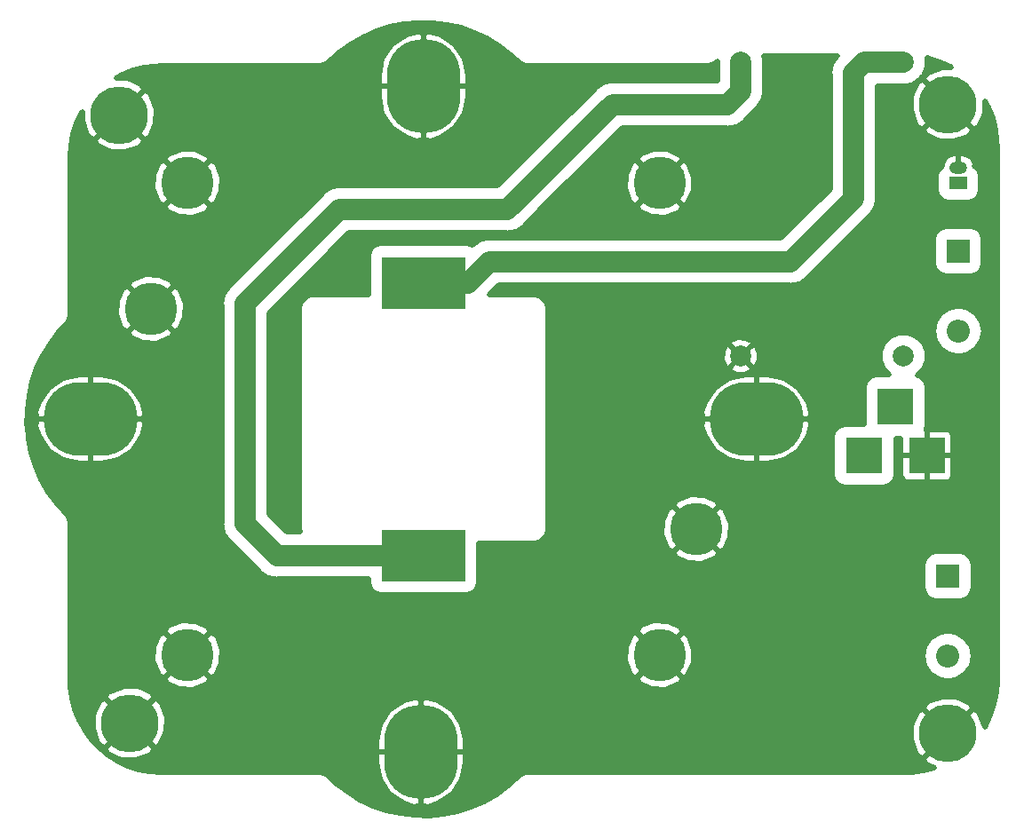
<source format=gbr>
G04 #@! TF.GenerationSoftware,KiCad,Pcbnew,(5.0.0)*
G04 #@! TF.CreationDate,2019-12-04T20:43:09-05:00*
G04 #@! TF.ProjectId,10W White LED,313057205768697465204C45442E6B69,rev?*
G04 #@! TF.SameCoordinates,Original*
G04 #@! TF.FileFunction,Copper,L2,Bot,Signal*
G04 #@! TF.FilePolarity,Positive*
%FSLAX46Y46*%
G04 Gerber Fmt 4.6, Leading zero omitted, Abs format (unit mm)*
G04 Created by KiCad (PCBNEW (5.0.0)) date 12/04/19 20:43:09*
%MOMM*%
%LPD*%
G01*
G04 APERTURE LIST*
G04 #@! TA.AperFunction,ComponentPad*
%ADD10O,1.700000X1.200000*%
G04 #@! TD*
G04 #@! TA.AperFunction,ComponentPad*
%ADD11R,1.700000X1.200000*%
G04 #@! TD*
G04 #@! TA.AperFunction,ComponentPad*
%ADD12C,5.000000*%
G04 #@! TD*
G04 #@! TA.AperFunction,ComponentPad*
%ADD13O,9.000000X7.000000*%
G04 #@! TD*
G04 #@! TA.AperFunction,ComponentPad*
%ADD14O,7.000000X9.000000*%
G04 #@! TD*
G04 #@! TA.AperFunction,ComponentPad*
%ADD15O,2.200000X2.200000*%
G04 #@! TD*
G04 #@! TA.AperFunction,ComponentPad*
%ADD16R,2.200000X2.200000*%
G04 #@! TD*
G04 #@! TA.AperFunction,SMDPad,CuDef*
%ADD17R,8.000000X5.000000*%
G04 #@! TD*
G04 #@! TA.AperFunction,ComponentPad*
%ADD18C,5.500000*%
G04 #@! TD*
G04 #@! TA.AperFunction,ComponentPad*
%ADD19C,2.000000*%
G04 #@! TD*
G04 #@! TA.AperFunction,ComponentPad*
%ADD20R,3.500000X3.500000*%
G04 #@! TD*
G04 #@! TA.AperFunction,Conductor*
%ADD21C,2.000000*%
G04 #@! TD*
G04 #@! TA.AperFunction,Conductor*
%ADD22C,0.500000*%
G04 #@! TD*
G04 APERTURE END LIST*
D10*
G04 #@! TO.P,FAN1,2*
G04 #@! TO.N,GND*
X201000000Y-76000000D03*
D11*
G04 #@! TO.P,FAN1,1*
G04 #@! TO.N,Net-(FAN1-Pad1)*
X201000000Y-77500000D03*
G04 #@! TD*
D12*
G04 #@! TO.P,HEATSINK1,1*
G04 #@! TO.N,GND*
X176000000Y-110500000D03*
G04 #@! TO.P,HEATSINK1,2*
X124000000Y-89500000D03*
G04 #@! TO.P,HEATSINK1,3*
X172500000Y-77500000D03*
X127500000Y-77500000D03*
X127500000Y-122500000D03*
X172500000Y-122500000D03*
G04 #@! TD*
D13*
G04 #@! TO.P,LENSE1,1*
G04 #@! TO.N,GND*
X181750000Y-100000000D03*
D14*
X149750000Y-131750000D03*
D13*
X118250000Y-100000000D03*
D14*
X150000000Y-68250000D03*
G04 #@! TD*
D15*
G04 #@! TO.P,SW1,2*
G04 #@! TO.N,Net-(F1-Pad1)*
X200000000Y-122620000D03*
D16*
G04 #@! TO.P,SW1,1*
G04 #@! TO.N,Net-(BARREL1-Pad1)*
X200000000Y-115000000D03*
G04 #@! TD*
G04 #@! TO.P,SW2,1*
G04 #@! TO.N,Net-(FAN1-Pad1)*
X201000000Y-84000000D03*
D15*
G04 #@! TO.P,SW2,2*
G04 #@! TO.N,+12V*
X201000000Y-91620000D03*
G04 #@! TD*
D17*
G04 #@! TO.P,D1,2*
G04 #@! TO.N,Net-(D1-Pad2)*
X150000000Y-87000000D03*
G04 #@! TO.P,D1,1*
G04 #@! TO.N,Net-(D1-Pad1)*
X150000000Y-113000000D03*
G04 #@! TD*
D18*
G04 #@! TO.P,MNT1,1*
G04 #@! TO.N,GND*
X121000000Y-71000000D03*
G04 #@! TD*
G04 #@! TO.P,MNT2,1*
G04 #@! TO.N,GND*
X200000000Y-70000000D03*
G04 #@! TD*
G04 #@! TO.P,MNT3,1*
G04 #@! TO.N,GND*
X200000000Y-130000000D03*
G04 #@! TD*
G04 #@! TO.P,MNT4,1*
G04 #@! TO.N,GND*
X122000000Y-129000000D03*
G04 #@! TD*
D19*
G04 #@! TO.P,U1,4*
G04 #@! TO.N,Net-(D1-Pad1)*
X180250000Y-66000000D03*
G04 #@! TO.P,U1,3*
G04 #@! TO.N,Net-(D1-Pad2)*
X195750000Y-66000000D03*
G04 #@! TO.P,U1,2*
G04 #@! TO.N,+12V*
X195750000Y-94000000D03*
G04 #@! TO.P,U1,1*
G04 #@! TO.N,GND*
X180250000Y-94000000D03*
G04 #@! TD*
D20*
G04 #@! TO.P,BARREL1,1*
G04 #@! TO.N,Net-(BARREL1-Pad1)*
X192000000Y-103500000D03*
G04 #@! TO.P,BARREL1,2*
G04 #@! TO.N,GND*
X198000000Y-103500000D03*
G04 #@! TO.P,BARREL1,3*
G04 #@! TO.N,N/C*
X195000000Y-98800000D03*
G04 #@! TD*
D21*
G04 #@! TO.N,Net-(D1-Pad2)*
X154250000Y-87000000D02*
X156250000Y-85000000D01*
X150000000Y-87000000D02*
X154250000Y-87000000D01*
X156250000Y-85000000D02*
X185000000Y-85000000D01*
X191000000Y-79000000D02*
X191000000Y-67000000D01*
X185000000Y-85000000D02*
X191000000Y-79000000D01*
X192000000Y-66000000D02*
X195750000Y-66000000D01*
X191000000Y-67000000D02*
X192000000Y-66000000D01*
G04 #@! TO.N,Net-(D1-Pad1)*
X179000000Y-70000000D02*
X180250000Y-68750000D01*
X168000000Y-70000000D02*
X179000000Y-70000000D01*
X180250000Y-68750000D02*
X180250000Y-66000000D01*
X150000000Y-113000000D02*
X136000000Y-113000000D01*
X136000000Y-113000000D02*
X133000000Y-110000000D01*
X133000000Y-110000000D02*
X133000000Y-89000000D01*
X133000000Y-89000000D02*
X142000000Y-80000000D01*
X142000000Y-80000000D02*
X158000000Y-80000000D01*
X158000000Y-80000000D02*
X168000000Y-70000000D01*
G04 #@! TD*
D22*
G04 #@! TO.N,GND*
G36*
X150849311Y-62212920D02*
X152203316Y-62375574D01*
X153532364Y-62681187D01*
X154821407Y-63126299D01*
X156055860Y-63705873D01*
X157221732Y-64413342D01*
X158312727Y-65245962D01*
X158985759Y-65867019D01*
X159044728Y-65955272D01*
X159483011Y-66248122D01*
X159869501Y-66325000D01*
X159999980Y-66325000D01*
X159999999Y-66325001D01*
X160000018Y-66325000D01*
X176869502Y-66325000D01*
X177000000Y-66350958D01*
X177130498Y-66325000D01*
X177130499Y-66325000D01*
X177516989Y-66248122D01*
X177955272Y-65955272D01*
X178000000Y-65888332D01*
X178000000Y-67750000D01*
X168221605Y-67750000D01*
X168000000Y-67705920D01*
X167778395Y-67750000D01*
X167778394Y-67750000D01*
X167122094Y-67880546D01*
X166377840Y-68377840D01*
X166252308Y-68565712D01*
X157068020Y-77750000D01*
X142221604Y-77750000D01*
X141999999Y-77705920D01*
X141778394Y-77750000D01*
X141122094Y-77880546D01*
X141122093Y-77880547D01*
X141122092Y-77880547D01*
X140908000Y-78023599D01*
X140377840Y-78377840D01*
X140252310Y-78565709D01*
X131565710Y-87252310D01*
X131377841Y-87377840D01*
X131252311Y-87565709D01*
X130880547Y-88122093D01*
X130705920Y-89000000D01*
X130750001Y-89221609D01*
X130750000Y-109778395D01*
X130705920Y-110000000D01*
X130750000Y-110221605D01*
X130880546Y-110877905D01*
X130880547Y-110877906D01*
X130880547Y-110877907D01*
X130885779Y-110885737D01*
X131377840Y-111622160D01*
X131565712Y-111747692D01*
X134252308Y-114434288D01*
X134377840Y-114622160D01*
X135122094Y-115119454D01*
X135778394Y-115250000D01*
X135778395Y-115250000D01*
X136000000Y-115294080D01*
X136221605Y-115250000D01*
X144725512Y-115250000D01*
X144725512Y-115500000D01*
X144822527Y-115987725D01*
X145098801Y-116401199D01*
X145512275Y-116677473D01*
X146000000Y-116774488D01*
X154000000Y-116774488D01*
X154487725Y-116677473D01*
X154901199Y-116401199D01*
X155177473Y-115987725D01*
X155274488Y-115500000D01*
X155274488Y-113900000D01*
X197625512Y-113900000D01*
X197625512Y-116100000D01*
X197722527Y-116587725D01*
X197998801Y-117001199D01*
X198412275Y-117277473D01*
X198900000Y-117374488D01*
X201100000Y-117374488D01*
X201587725Y-117277473D01*
X202001199Y-117001199D01*
X202277473Y-116587725D01*
X202374488Y-116100000D01*
X202374488Y-113900000D01*
X202277473Y-113412275D01*
X202001199Y-112998801D01*
X201587725Y-112722527D01*
X201100000Y-112625512D01*
X198900000Y-112625512D01*
X198412275Y-112722527D01*
X197998801Y-112998801D01*
X197722527Y-113412275D01*
X197625512Y-113900000D01*
X155274488Y-113900000D01*
X155274488Y-112717717D01*
X173787940Y-112717717D01*
X174050716Y-113189765D01*
X175228425Y-113730977D01*
X176523599Y-113780303D01*
X177739061Y-113330232D01*
X177949284Y-113189765D01*
X178212060Y-112717717D01*
X176000000Y-110505657D01*
X173787940Y-112717717D01*
X155274488Y-112717717D01*
X155274488Y-111825000D01*
X160369501Y-111825000D01*
X160500000Y-111850958D01*
X160630499Y-111825000D01*
X161016989Y-111748122D01*
X161455272Y-111455272D01*
X161743705Y-111023599D01*
X172719697Y-111023599D01*
X173169768Y-112239061D01*
X173310235Y-112449284D01*
X173782283Y-112712060D01*
X175994343Y-110500000D01*
X176005657Y-110500000D01*
X178217717Y-112712060D01*
X178689765Y-112449284D01*
X179230977Y-111271575D01*
X179280303Y-109976401D01*
X178830232Y-108760939D01*
X178689765Y-108550716D01*
X178217717Y-108287940D01*
X176005657Y-110500000D01*
X175994343Y-110500000D01*
X173782283Y-108287940D01*
X173310235Y-108550716D01*
X172769023Y-109728425D01*
X172719697Y-111023599D01*
X161743705Y-111023599D01*
X161748122Y-111016989D01*
X161850958Y-110500000D01*
X161825000Y-110369501D01*
X161825000Y-108282283D01*
X173787940Y-108282283D01*
X176000000Y-110494343D01*
X178212060Y-108282283D01*
X177949284Y-107810235D01*
X176771575Y-107269023D01*
X175476401Y-107219697D01*
X174260939Y-107669768D01*
X174050716Y-107810235D01*
X173787940Y-108282283D01*
X161825000Y-108282283D01*
X161825000Y-100670048D01*
X176545051Y-100670048D01*
X176814590Y-101625770D01*
X177736311Y-103008032D01*
X179116838Y-103932348D01*
X180746000Y-104258000D01*
X181746000Y-104258000D01*
X181746000Y-100004000D01*
X181754000Y-100004000D01*
X181754000Y-104258000D01*
X182754000Y-104258000D01*
X184383162Y-103932348D01*
X185763689Y-103008032D01*
X186602570Y-101750000D01*
X188975512Y-101750000D01*
X188975512Y-105250000D01*
X189072527Y-105737725D01*
X189348801Y-106151199D01*
X189762275Y-106427473D01*
X190250000Y-106524488D01*
X193750000Y-106524488D01*
X194237725Y-106427473D01*
X194651199Y-106151199D01*
X194927473Y-105737725D01*
X195024488Y-105250000D01*
X195024488Y-103693500D01*
X195492000Y-103693500D01*
X195492000Y-105400775D01*
X195607398Y-105679372D01*
X195820627Y-105892601D01*
X196099224Y-106008000D01*
X197806500Y-106008000D01*
X197996000Y-105818500D01*
X197996000Y-103504000D01*
X198004000Y-103504000D01*
X198004000Y-105818500D01*
X198193500Y-106008000D01*
X199900776Y-106008000D01*
X200179373Y-105892601D01*
X200392602Y-105679372D01*
X200508000Y-105400775D01*
X200508000Y-103693500D01*
X200318500Y-103504000D01*
X198004000Y-103504000D01*
X197996000Y-103504000D01*
X195681500Y-103504000D01*
X195492000Y-103693500D01*
X195024488Y-103693500D01*
X195024488Y-101824488D01*
X195492000Y-101824488D01*
X195492000Y-103306500D01*
X195681500Y-103496000D01*
X197996000Y-103496000D01*
X197996000Y-101181500D01*
X198004000Y-101181500D01*
X198004000Y-103496000D01*
X200318500Y-103496000D01*
X200508000Y-103306500D01*
X200508000Y-101599225D01*
X200392602Y-101320628D01*
X200179373Y-101107399D01*
X199900776Y-100992000D01*
X198193500Y-100992000D01*
X198004000Y-101181500D01*
X197996000Y-101181500D01*
X197897333Y-101082833D01*
X197927473Y-101037725D01*
X198024488Y-100550000D01*
X198024488Y-97050000D01*
X197927473Y-96562275D01*
X197651199Y-96148801D01*
X197237725Y-95872527D01*
X197089031Y-95842950D01*
X197657458Y-95274523D01*
X198000000Y-94447553D01*
X198000000Y-93552447D01*
X197657458Y-92725477D01*
X197024523Y-92092542D01*
X196197553Y-91750000D01*
X195302447Y-91750000D01*
X194475477Y-92092542D01*
X193842542Y-92725477D01*
X193500000Y-93552447D01*
X193500000Y-94447553D01*
X193842542Y-95274523D01*
X194343531Y-95775512D01*
X193250000Y-95775512D01*
X192762275Y-95872527D01*
X192348801Y-96148801D01*
X192072527Y-96562275D01*
X191975512Y-97050000D01*
X191975512Y-100475512D01*
X190250000Y-100475512D01*
X189762275Y-100572527D01*
X189348801Y-100848801D01*
X189072527Y-101262275D01*
X188975512Y-101750000D01*
X186602570Y-101750000D01*
X186685410Y-101625770D01*
X186954949Y-100670048D01*
X186818498Y-100004000D01*
X181754000Y-100004000D01*
X181746000Y-100004000D01*
X176681502Y-100004000D01*
X176545051Y-100670048D01*
X161825000Y-100670048D01*
X161825000Y-99329952D01*
X176545051Y-99329952D01*
X176681502Y-99996000D01*
X181746000Y-99996000D01*
X181746000Y-95742000D01*
X181754000Y-95742000D01*
X181754000Y-99996000D01*
X186818498Y-99996000D01*
X186954949Y-99329952D01*
X186685410Y-98374230D01*
X185763689Y-96991968D01*
X184383162Y-96067652D01*
X182754000Y-95742000D01*
X181754000Y-95742000D01*
X181746000Y-95742000D01*
X180746000Y-95742000D01*
X179116838Y-96067652D01*
X177736311Y-96991968D01*
X176814590Y-98374230D01*
X176545051Y-99329952D01*
X161825000Y-99329952D01*
X161825000Y-95136275D01*
X179119382Y-95136275D01*
X179199669Y-95452463D01*
X179835454Y-95743845D01*
X180534350Y-95769743D01*
X181189956Y-95526213D01*
X181300331Y-95452463D01*
X181380618Y-95136275D01*
X180250000Y-94005657D01*
X179119382Y-95136275D01*
X161825000Y-95136275D01*
X161825000Y-94284350D01*
X178480257Y-94284350D01*
X178723787Y-94939956D01*
X178797537Y-95050331D01*
X179113725Y-95130618D01*
X180244343Y-94000000D01*
X180255657Y-94000000D01*
X181386275Y-95130618D01*
X181702463Y-95050331D01*
X181993845Y-94414546D01*
X182019743Y-93715650D01*
X181776213Y-93060044D01*
X181702463Y-92949669D01*
X181386275Y-92869382D01*
X180255657Y-94000000D01*
X180244343Y-94000000D01*
X179113725Y-92869382D01*
X178797537Y-92949669D01*
X178506155Y-93585454D01*
X178480257Y-94284350D01*
X161825000Y-94284350D01*
X161825000Y-92863725D01*
X179119382Y-92863725D01*
X180250000Y-93994343D01*
X181380618Y-92863725D01*
X181300331Y-92547537D01*
X180664546Y-92256155D01*
X179965650Y-92230257D01*
X179310044Y-92473787D01*
X179199669Y-92547537D01*
X179119382Y-92863725D01*
X161825000Y-92863725D01*
X161825000Y-91620000D01*
X198603961Y-91620000D01*
X198786349Y-92536924D01*
X199305745Y-93314255D01*
X200083076Y-93833651D01*
X200768547Y-93970000D01*
X201231453Y-93970000D01*
X201916924Y-93833651D01*
X202694255Y-93314255D01*
X203213651Y-92536924D01*
X203396039Y-91620000D01*
X203213651Y-90703076D01*
X202694255Y-89925745D01*
X201916924Y-89406349D01*
X201231453Y-89270000D01*
X200768547Y-89270000D01*
X200083076Y-89406349D01*
X199305745Y-89925745D01*
X198786349Y-90703076D01*
X198603961Y-91620000D01*
X161825000Y-91620000D01*
X161825000Y-89630499D01*
X161850958Y-89500000D01*
X161748122Y-88983011D01*
X161455272Y-88544728D01*
X161016989Y-88251878D01*
X160630499Y-88175000D01*
X160500000Y-88149042D01*
X160369501Y-88175000D01*
X156256980Y-88175000D01*
X157181981Y-87250000D01*
X184778395Y-87250000D01*
X185000000Y-87294080D01*
X185221605Y-87250000D01*
X185221606Y-87250000D01*
X185877906Y-87119454D01*
X186622160Y-86622160D01*
X186747692Y-86434288D01*
X190281980Y-82900000D01*
X198625512Y-82900000D01*
X198625512Y-85100000D01*
X198722527Y-85587725D01*
X198998801Y-86001199D01*
X199412275Y-86277473D01*
X199900000Y-86374488D01*
X202100000Y-86374488D01*
X202587725Y-86277473D01*
X203001199Y-86001199D01*
X203277473Y-85587725D01*
X203374488Y-85100000D01*
X203374488Y-82900000D01*
X203277473Y-82412275D01*
X203001199Y-81998801D01*
X202587725Y-81722527D01*
X202100000Y-81625512D01*
X199900000Y-81625512D01*
X199412275Y-81722527D01*
X198998801Y-81998801D01*
X198722527Y-82412275D01*
X198625512Y-82900000D01*
X190281980Y-82900000D01*
X192434292Y-80747689D01*
X192622160Y-80622160D01*
X193037873Y-80000001D01*
X193119453Y-79877908D01*
X193119453Y-79877907D01*
X193119454Y-79877906D01*
X193250000Y-79221606D01*
X193250000Y-79221605D01*
X193294080Y-79000001D01*
X193250000Y-78778396D01*
X193250000Y-76900000D01*
X198875512Y-76900000D01*
X198875512Y-78100000D01*
X198972527Y-78587725D01*
X199248801Y-79001199D01*
X199662275Y-79277473D01*
X200150000Y-79374488D01*
X201850000Y-79374488D01*
X202337725Y-79277473D01*
X202751199Y-79001199D01*
X203027473Y-78587725D01*
X203124488Y-78100000D01*
X203124488Y-76900000D01*
X203027473Y-76412275D01*
X202751199Y-75998801D01*
X202533909Y-75853612D01*
X202590649Y-75783612D01*
X202506160Y-75484011D01*
X202213080Y-75042577D01*
X201773380Y-74746902D01*
X201254000Y-74642000D01*
X201004000Y-74642000D01*
X201004000Y-75625512D01*
X200996000Y-75625512D01*
X200996000Y-74642000D01*
X200746000Y-74642000D01*
X200226620Y-74746902D01*
X199786920Y-75042577D01*
X199493840Y-75484011D01*
X199409351Y-75783612D01*
X199466091Y-75853612D01*
X199248801Y-75998801D01*
X198972527Y-76412275D01*
X198875512Y-76900000D01*
X193250000Y-76900000D01*
X193250000Y-72397957D01*
X197607699Y-72397957D01*
X197900891Y-72895982D01*
X199168920Y-73478833D01*
X200563474Y-73532063D01*
X201872244Y-73047569D01*
X202099109Y-72895982D01*
X202392301Y-72397957D01*
X200000000Y-70005657D01*
X197607699Y-72397957D01*
X193250000Y-72397957D01*
X193250000Y-70563474D01*
X196467937Y-70563474D01*
X196952431Y-71872244D01*
X197104018Y-72099109D01*
X197602043Y-72392301D01*
X199994343Y-70000000D01*
X197602043Y-67607699D01*
X197104018Y-67900891D01*
X196521167Y-69168920D01*
X196467937Y-70563474D01*
X193250000Y-70563474D01*
X193250000Y-68250000D01*
X196197553Y-68250000D01*
X196406300Y-68163534D01*
X196627906Y-68119454D01*
X196815775Y-67993924D01*
X197024523Y-67907458D01*
X197184291Y-67747690D01*
X197372160Y-67622160D01*
X197497691Y-67434290D01*
X197657458Y-67274523D01*
X197743924Y-67065775D01*
X197869454Y-66877906D01*
X197913534Y-66656301D01*
X198000000Y-66447553D01*
X198000000Y-66221606D01*
X198044080Y-66000000D01*
X198000000Y-65778394D01*
X198000000Y-65570180D01*
X198156734Y-65600079D01*
X199192514Y-65936624D01*
X200177954Y-66400337D01*
X200338740Y-66502374D01*
X199436526Y-66467937D01*
X198127756Y-66952431D01*
X197900891Y-67104018D01*
X197607699Y-67602043D01*
X200000000Y-69994343D01*
X200014142Y-69980201D01*
X200019799Y-69985858D01*
X200005657Y-70000000D01*
X202397957Y-72392301D01*
X202895982Y-72099109D01*
X203478833Y-70831080D01*
X203521424Y-69715252D01*
X203847005Y-70307481D01*
X204247922Y-71320082D01*
X204518769Y-72374955D01*
X204657884Y-73476169D01*
X204675000Y-74020810D01*
X204675001Y-124958351D01*
X204603997Y-126086931D01*
X204399921Y-127156734D01*
X204063374Y-128192519D01*
X203599663Y-129177954D01*
X203496513Y-129340494D01*
X203047569Y-128127756D01*
X202895982Y-127900891D01*
X202397957Y-127607699D01*
X200005657Y-130000000D01*
X200019799Y-130014142D01*
X200014142Y-130019799D01*
X200000000Y-130005657D01*
X197607699Y-132397957D01*
X197900891Y-132895982D01*
X198671347Y-133250123D01*
X197625038Y-133518770D01*
X196523830Y-133657884D01*
X195979190Y-133675000D01*
X159869501Y-133675000D01*
X159483011Y-133751878D01*
X159044728Y-134044728D01*
X158990648Y-134125664D01*
X158047509Y-134973382D01*
X156942133Y-135772072D01*
X155758139Y-136448782D01*
X154508944Y-136995840D01*
X153208679Y-137407060D01*
X151872095Y-137677776D01*
X150514294Y-137804931D01*
X149150690Y-137787080D01*
X147796684Y-137624426D01*
X146467636Y-137318813D01*
X145178593Y-136873701D01*
X143944140Y-136294127D01*
X142778268Y-135586658D01*
X141687273Y-134754038D01*
X141014241Y-134132981D01*
X140955272Y-134044728D01*
X140516989Y-133751878D01*
X140130499Y-133675000D01*
X140000020Y-133675000D01*
X140000001Y-133674999D01*
X139999982Y-133675000D01*
X125041633Y-133675000D01*
X123913069Y-133603997D01*
X122843266Y-133399921D01*
X121807481Y-133063374D01*
X120822046Y-132599663D01*
X119902504Y-132016104D01*
X119155294Y-131397957D01*
X119607699Y-131397957D01*
X119900891Y-131895982D01*
X121168920Y-132478833D01*
X122563474Y-132532063D01*
X123872244Y-132047569D01*
X124099109Y-131895982D01*
X124182695Y-131754000D01*
X145492000Y-131754000D01*
X145492000Y-132754000D01*
X145817652Y-134383162D01*
X146741968Y-135763689D01*
X148124230Y-136685410D01*
X149079952Y-136954949D01*
X149746000Y-136818498D01*
X149746000Y-131754000D01*
X149754000Y-131754000D01*
X149754000Y-136818498D01*
X150420048Y-136954949D01*
X151375770Y-136685410D01*
X152758032Y-135763689D01*
X153682348Y-134383162D01*
X154008000Y-132754000D01*
X154008000Y-131754000D01*
X149754000Y-131754000D01*
X149746000Y-131754000D01*
X145492000Y-131754000D01*
X124182695Y-131754000D01*
X124392301Y-131397957D01*
X122000000Y-129005657D01*
X119607699Y-131397957D01*
X119155294Y-131397957D01*
X119063350Y-131321895D01*
X118317818Y-130527985D01*
X117677667Y-129646893D01*
X117631807Y-129563474D01*
X118467937Y-129563474D01*
X118952431Y-130872244D01*
X119104018Y-131099109D01*
X119602043Y-131392301D01*
X121994343Y-129000000D01*
X122005657Y-129000000D01*
X124397957Y-131392301D01*
X124895982Y-131099109D01*
X125058288Y-130746000D01*
X145492000Y-130746000D01*
X145492000Y-131746000D01*
X149746000Y-131746000D01*
X149746000Y-126681502D01*
X149754000Y-126681502D01*
X149754000Y-131746000D01*
X154008000Y-131746000D01*
X154008000Y-130746000D01*
X153971516Y-130563474D01*
X196467937Y-130563474D01*
X196952431Y-131872244D01*
X197104018Y-132099109D01*
X197602043Y-132392301D01*
X199994343Y-130000000D01*
X197602043Y-127607699D01*
X197104018Y-127900891D01*
X196521167Y-129168920D01*
X196467937Y-130563474D01*
X153971516Y-130563474D01*
X153682348Y-129116838D01*
X152758032Y-127736311D01*
X152556677Y-127602043D01*
X197607699Y-127602043D01*
X200000000Y-129994343D01*
X202392301Y-127602043D01*
X202099109Y-127104018D01*
X200831080Y-126521167D01*
X199436526Y-126467937D01*
X198127756Y-126952431D01*
X197900891Y-127104018D01*
X197607699Y-127602043D01*
X152556677Y-127602043D01*
X151375770Y-126814590D01*
X150420048Y-126545051D01*
X149754000Y-126681502D01*
X149746000Y-126681502D01*
X149079952Y-126545051D01*
X148124230Y-126814590D01*
X146741968Y-127736311D01*
X145817652Y-129116838D01*
X145492000Y-130746000D01*
X125058288Y-130746000D01*
X125478833Y-129831080D01*
X125532063Y-128436526D01*
X125047569Y-127127756D01*
X124895982Y-126900891D01*
X124397957Y-126607699D01*
X122005657Y-129000000D01*
X121994343Y-129000000D01*
X119602043Y-126607699D01*
X119104018Y-126900891D01*
X118521167Y-128168920D01*
X118467937Y-129563474D01*
X117631807Y-129563474D01*
X117152996Y-128692522D01*
X116752078Y-127679917D01*
X116481230Y-126625038D01*
X116478326Y-126602043D01*
X119607699Y-126602043D01*
X122000000Y-128994343D01*
X124392301Y-126602043D01*
X124099109Y-126104018D01*
X122831080Y-125521167D01*
X121436526Y-125467937D01*
X120127756Y-125952431D01*
X119900891Y-126104018D01*
X119607699Y-126602043D01*
X116478326Y-126602043D01*
X116342116Y-125523830D01*
X116325000Y-124979190D01*
X116325000Y-124717717D01*
X125287940Y-124717717D01*
X125550716Y-125189765D01*
X126728425Y-125730977D01*
X128023599Y-125780303D01*
X129239061Y-125330232D01*
X129449284Y-125189765D01*
X129712060Y-124717717D01*
X170287940Y-124717717D01*
X170550716Y-125189765D01*
X171728425Y-125730977D01*
X173023599Y-125780303D01*
X174239061Y-125330232D01*
X174449284Y-125189765D01*
X174712060Y-124717717D01*
X172500000Y-122505657D01*
X170287940Y-124717717D01*
X129712060Y-124717717D01*
X127500000Y-122505657D01*
X125287940Y-124717717D01*
X116325000Y-124717717D01*
X116325000Y-123023599D01*
X124219697Y-123023599D01*
X124669768Y-124239061D01*
X124810235Y-124449284D01*
X125282283Y-124712060D01*
X127494343Y-122500000D01*
X127505657Y-122500000D01*
X129717717Y-124712060D01*
X130189765Y-124449284D01*
X130730977Y-123271575D01*
X130740421Y-123023599D01*
X169219697Y-123023599D01*
X169669768Y-124239061D01*
X169810235Y-124449284D01*
X170282283Y-124712060D01*
X172494343Y-122500000D01*
X172505657Y-122500000D01*
X174717717Y-124712060D01*
X175189765Y-124449284D01*
X175730977Y-123271575D01*
X175755791Y-122620000D01*
X197603961Y-122620000D01*
X197786349Y-123536924D01*
X198305745Y-124314255D01*
X199083076Y-124833651D01*
X199768547Y-124970000D01*
X200231453Y-124970000D01*
X200916924Y-124833651D01*
X201694255Y-124314255D01*
X202213651Y-123536924D01*
X202396039Y-122620000D01*
X202213651Y-121703076D01*
X201694255Y-120925745D01*
X200916924Y-120406349D01*
X200231453Y-120270000D01*
X199768547Y-120270000D01*
X199083076Y-120406349D01*
X198305745Y-120925745D01*
X197786349Y-121703076D01*
X197603961Y-122620000D01*
X175755791Y-122620000D01*
X175780303Y-121976401D01*
X175330232Y-120760939D01*
X175189765Y-120550716D01*
X174717717Y-120287940D01*
X172505657Y-122500000D01*
X172494343Y-122500000D01*
X170282283Y-120287940D01*
X169810235Y-120550716D01*
X169269023Y-121728425D01*
X169219697Y-123023599D01*
X130740421Y-123023599D01*
X130780303Y-121976401D01*
X130330232Y-120760939D01*
X130189765Y-120550716D01*
X129717717Y-120287940D01*
X127505657Y-122500000D01*
X127494343Y-122500000D01*
X125282283Y-120287940D01*
X124810235Y-120550716D01*
X124269023Y-121728425D01*
X124219697Y-123023599D01*
X116325000Y-123023599D01*
X116325000Y-120282283D01*
X125287940Y-120282283D01*
X127500000Y-122494343D01*
X129712060Y-120282283D01*
X170287940Y-120282283D01*
X172500000Y-122494343D01*
X174712060Y-120282283D01*
X174449284Y-119810235D01*
X173271575Y-119269023D01*
X171976401Y-119219697D01*
X170760939Y-119669768D01*
X170550716Y-119810235D01*
X170287940Y-120282283D01*
X129712060Y-120282283D01*
X129449284Y-119810235D01*
X128271575Y-119269023D01*
X126976401Y-119219697D01*
X125760939Y-119669768D01*
X125550716Y-119810235D01*
X125287940Y-120282283D01*
X116325000Y-120282283D01*
X116325000Y-109869501D01*
X116248122Y-109483011D01*
X115955272Y-109044728D01*
X115874336Y-108990648D01*
X115026618Y-108047509D01*
X114227928Y-106942133D01*
X113551218Y-105758139D01*
X113004160Y-104508944D01*
X112592940Y-103208679D01*
X112322224Y-101872095D01*
X112209656Y-100670048D01*
X113045051Y-100670048D01*
X113314590Y-101625770D01*
X114236311Y-103008032D01*
X115616838Y-103932348D01*
X117246000Y-104258000D01*
X118246000Y-104258000D01*
X118246000Y-100004000D01*
X118254000Y-100004000D01*
X118254000Y-104258000D01*
X119254000Y-104258000D01*
X120883162Y-103932348D01*
X122263689Y-103008032D01*
X123185410Y-101625770D01*
X123454949Y-100670048D01*
X123318498Y-100004000D01*
X118254000Y-100004000D01*
X118246000Y-100004000D01*
X113181502Y-100004000D01*
X113045051Y-100670048D01*
X112209656Y-100670048D01*
X112195069Y-100514294D01*
X112210573Y-99329952D01*
X113045051Y-99329952D01*
X113181502Y-99996000D01*
X118246000Y-99996000D01*
X118246000Y-95742000D01*
X118254000Y-95742000D01*
X118254000Y-99996000D01*
X123318498Y-99996000D01*
X123454949Y-99329952D01*
X123185410Y-98374230D01*
X122263689Y-96991968D01*
X120883162Y-96067652D01*
X119254000Y-95742000D01*
X118254000Y-95742000D01*
X118246000Y-95742000D01*
X117246000Y-95742000D01*
X115616838Y-96067652D01*
X114236311Y-96991968D01*
X113314590Y-98374230D01*
X113045051Y-99329952D01*
X112210573Y-99329952D01*
X112212920Y-99150689D01*
X112375574Y-97796684D01*
X112681187Y-96467636D01*
X113126299Y-95178593D01*
X113705873Y-93944140D01*
X114413342Y-92778268D01*
X115222727Y-91717717D01*
X121787940Y-91717717D01*
X122050716Y-92189765D01*
X123228425Y-92730977D01*
X124523599Y-92780303D01*
X125739061Y-92330232D01*
X125949284Y-92189765D01*
X126212060Y-91717717D01*
X124000000Y-89505657D01*
X121787940Y-91717717D01*
X115222727Y-91717717D01*
X115245962Y-91687273D01*
X115867019Y-91014241D01*
X115955272Y-90955272D01*
X116248122Y-90516989D01*
X116325000Y-90130499D01*
X116325000Y-90023599D01*
X120719697Y-90023599D01*
X121169768Y-91239061D01*
X121310235Y-91449284D01*
X121782283Y-91712060D01*
X123994343Y-89500000D01*
X124005657Y-89500000D01*
X126217717Y-91712060D01*
X126689765Y-91449284D01*
X127230977Y-90271575D01*
X127280303Y-88976401D01*
X126830232Y-87760939D01*
X126689765Y-87550716D01*
X126217717Y-87287940D01*
X124005657Y-89500000D01*
X123994343Y-89500000D01*
X121782283Y-87287940D01*
X121310235Y-87550716D01*
X120769023Y-88728425D01*
X120719697Y-90023599D01*
X116325000Y-90023599D01*
X116325000Y-90000020D01*
X116325001Y-90000001D01*
X116325000Y-89999982D01*
X116325000Y-87282283D01*
X121787940Y-87282283D01*
X124000000Y-89494343D01*
X126212060Y-87282283D01*
X125949284Y-86810235D01*
X124771575Y-86269023D01*
X123476401Y-86219697D01*
X122260939Y-86669768D01*
X122050716Y-86810235D01*
X121787940Y-87282283D01*
X116325000Y-87282283D01*
X116325000Y-79717717D01*
X125287940Y-79717717D01*
X125550716Y-80189765D01*
X126728425Y-80730977D01*
X128023599Y-80780303D01*
X129239061Y-80330232D01*
X129449284Y-80189765D01*
X129712060Y-79717717D01*
X127500000Y-77505657D01*
X125287940Y-79717717D01*
X116325000Y-79717717D01*
X116325000Y-78023599D01*
X124219697Y-78023599D01*
X124669768Y-79239061D01*
X124810235Y-79449284D01*
X125282283Y-79712060D01*
X127494343Y-77500000D01*
X127505657Y-77500000D01*
X129717717Y-79712060D01*
X130189765Y-79449284D01*
X130730977Y-78271575D01*
X130780303Y-76976401D01*
X130330232Y-75760939D01*
X130189765Y-75550716D01*
X129717717Y-75287940D01*
X127505657Y-77500000D01*
X127494343Y-77500000D01*
X125282283Y-75287940D01*
X124810235Y-75550716D01*
X124269023Y-76728425D01*
X124219697Y-78023599D01*
X116325000Y-78023599D01*
X116325000Y-75282283D01*
X125287940Y-75282283D01*
X127500000Y-77494343D01*
X129712060Y-75282283D01*
X129449284Y-74810235D01*
X128271575Y-74269023D01*
X126976401Y-74219697D01*
X125760939Y-74669768D01*
X125550716Y-74810235D01*
X125287940Y-75282283D01*
X116325000Y-75282283D01*
X116325000Y-75041633D01*
X116396003Y-73913068D01*
X116494265Y-73397957D01*
X118607699Y-73397957D01*
X118900891Y-73895982D01*
X120168920Y-74478833D01*
X121563474Y-74532063D01*
X122872244Y-74047569D01*
X123099109Y-73895982D01*
X123392301Y-73397957D01*
X121000000Y-71005657D01*
X118607699Y-73397957D01*
X116494265Y-73397957D01*
X116600079Y-72843266D01*
X116936624Y-71807486D01*
X117400337Y-70822046D01*
X117502374Y-70661260D01*
X117467937Y-71563474D01*
X117952431Y-72872244D01*
X118104018Y-73099109D01*
X118602043Y-73392301D01*
X120994343Y-71000000D01*
X121005657Y-71000000D01*
X123397957Y-73392301D01*
X123895982Y-73099109D01*
X124478833Y-71831080D01*
X124532063Y-70436526D01*
X124047569Y-69127756D01*
X123895982Y-68900891D01*
X123397957Y-68607699D01*
X121005657Y-71000000D01*
X120994343Y-71000000D01*
X120980201Y-70985858D01*
X120985858Y-70980201D01*
X121000000Y-70994343D01*
X123392301Y-68602043D01*
X123187405Y-68254000D01*
X145742000Y-68254000D01*
X145742000Y-69254000D01*
X146067652Y-70883162D01*
X146991968Y-72263689D01*
X148374230Y-73185410D01*
X149329952Y-73454949D01*
X149996000Y-73318498D01*
X149996000Y-68254000D01*
X150004000Y-68254000D01*
X150004000Y-73318498D01*
X150670048Y-73454949D01*
X151625770Y-73185410D01*
X153008032Y-72263689D01*
X153932348Y-70883162D01*
X154258000Y-69254000D01*
X154258000Y-68254000D01*
X150004000Y-68254000D01*
X149996000Y-68254000D01*
X145742000Y-68254000D01*
X123187405Y-68254000D01*
X123099109Y-68104018D01*
X121831080Y-67521167D01*
X120715252Y-67478576D01*
X121138305Y-67246000D01*
X145742000Y-67246000D01*
X145742000Y-68246000D01*
X149996000Y-68246000D01*
X149996000Y-63181502D01*
X150004000Y-63181502D01*
X150004000Y-68246000D01*
X154258000Y-68246000D01*
X154258000Y-67246000D01*
X153932348Y-65616838D01*
X153008032Y-64236311D01*
X151625770Y-63314590D01*
X150670048Y-63045051D01*
X150004000Y-63181502D01*
X149996000Y-63181502D01*
X149329952Y-63045051D01*
X148374230Y-63314590D01*
X146991968Y-64236311D01*
X146067652Y-65616838D01*
X145742000Y-67246000D01*
X121138305Y-67246000D01*
X121307481Y-67152995D01*
X122320082Y-66752078D01*
X123374955Y-66481231D01*
X124476169Y-66342116D01*
X125020810Y-66325000D01*
X140130499Y-66325000D01*
X140516989Y-66248122D01*
X140955272Y-65955272D01*
X141009353Y-65874334D01*
X141952490Y-65026618D01*
X143057873Y-64227923D01*
X144241861Y-63551219D01*
X145491056Y-63004160D01*
X146791319Y-62592940D01*
X148127905Y-62322224D01*
X149485706Y-62195069D01*
X150849311Y-62212920D01*
X150849311Y-62212920D01*
G37*
X150849311Y-62212920D02*
X152203316Y-62375574D01*
X153532364Y-62681187D01*
X154821407Y-63126299D01*
X156055860Y-63705873D01*
X157221732Y-64413342D01*
X158312727Y-65245962D01*
X158985759Y-65867019D01*
X159044728Y-65955272D01*
X159483011Y-66248122D01*
X159869501Y-66325000D01*
X159999980Y-66325000D01*
X159999999Y-66325001D01*
X160000018Y-66325000D01*
X176869502Y-66325000D01*
X177000000Y-66350958D01*
X177130498Y-66325000D01*
X177130499Y-66325000D01*
X177516989Y-66248122D01*
X177955272Y-65955272D01*
X178000000Y-65888332D01*
X178000000Y-67750000D01*
X168221605Y-67750000D01*
X168000000Y-67705920D01*
X167778395Y-67750000D01*
X167778394Y-67750000D01*
X167122094Y-67880546D01*
X166377840Y-68377840D01*
X166252308Y-68565712D01*
X157068020Y-77750000D01*
X142221604Y-77750000D01*
X141999999Y-77705920D01*
X141778394Y-77750000D01*
X141122094Y-77880546D01*
X141122093Y-77880547D01*
X141122092Y-77880547D01*
X140908000Y-78023599D01*
X140377840Y-78377840D01*
X140252310Y-78565709D01*
X131565710Y-87252310D01*
X131377841Y-87377840D01*
X131252311Y-87565709D01*
X130880547Y-88122093D01*
X130705920Y-89000000D01*
X130750001Y-89221609D01*
X130750000Y-109778395D01*
X130705920Y-110000000D01*
X130750000Y-110221605D01*
X130880546Y-110877905D01*
X130880547Y-110877906D01*
X130880547Y-110877907D01*
X130885779Y-110885737D01*
X131377840Y-111622160D01*
X131565712Y-111747692D01*
X134252308Y-114434288D01*
X134377840Y-114622160D01*
X135122094Y-115119454D01*
X135778394Y-115250000D01*
X135778395Y-115250000D01*
X136000000Y-115294080D01*
X136221605Y-115250000D01*
X144725512Y-115250000D01*
X144725512Y-115500000D01*
X144822527Y-115987725D01*
X145098801Y-116401199D01*
X145512275Y-116677473D01*
X146000000Y-116774488D01*
X154000000Y-116774488D01*
X154487725Y-116677473D01*
X154901199Y-116401199D01*
X155177473Y-115987725D01*
X155274488Y-115500000D01*
X155274488Y-113900000D01*
X197625512Y-113900000D01*
X197625512Y-116100000D01*
X197722527Y-116587725D01*
X197998801Y-117001199D01*
X198412275Y-117277473D01*
X198900000Y-117374488D01*
X201100000Y-117374488D01*
X201587725Y-117277473D01*
X202001199Y-117001199D01*
X202277473Y-116587725D01*
X202374488Y-116100000D01*
X202374488Y-113900000D01*
X202277473Y-113412275D01*
X202001199Y-112998801D01*
X201587725Y-112722527D01*
X201100000Y-112625512D01*
X198900000Y-112625512D01*
X198412275Y-112722527D01*
X197998801Y-112998801D01*
X197722527Y-113412275D01*
X197625512Y-113900000D01*
X155274488Y-113900000D01*
X155274488Y-112717717D01*
X173787940Y-112717717D01*
X174050716Y-113189765D01*
X175228425Y-113730977D01*
X176523599Y-113780303D01*
X177739061Y-113330232D01*
X177949284Y-113189765D01*
X178212060Y-112717717D01*
X176000000Y-110505657D01*
X173787940Y-112717717D01*
X155274488Y-112717717D01*
X155274488Y-111825000D01*
X160369501Y-111825000D01*
X160500000Y-111850958D01*
X160630499Y-111825000D01*
X161016989Y-111748122D01*
X161455272Y-111455272D01*
X161743705Y-111023599D01*
X172719697Y-111023599D01*
X173169768Y-112239061D01*
X173310235Y-112449284D01*
X173782283Y-112712060D01*
X175994343Y-110500000D01*
X176005657Y-110500000D01*
X178217717Y-112712060D01*
X178689765Y-112449284D01*
X179230977Y-111271575D01*
X179280303Y-109976401D01*
X178830232Y-108760939D01*
X178689765Y-108550716D01*
X178217717Y-108287940D01*
X176005657Y-110500000D01*
X175994343Y-110500000D01*
X173782283Y-108287940D01*
X173310235Y-108550716D01*
X172769023Y-109728425D01*
X172719697Y-111023599D01*
X161743705Y-111023599D01*
X161748122Y-111016989D01*
X161850958Y-110500000D01*
X161825000Y-110369501D01*
X161825000Y-108282283D01*
X173787940Y-108282283D01*
X176000000Y-110494343D01*
X178212060Y-108282283D01*
X177949284Y-107810235D01*
X176771575Y-107269023D01*
X175476401Y-107219697D01*
X174260939Y-107669768D01*
X174050716Y-107810235D01*
X173787940Y-108282283D01*
X161825000Y-108282283D01*
X161825000Y-100670048D01*
X176545051Y-100670048D01*
X176814590Y-101625770D01*
X177736311Y-103008032D01*
X179116838Y-103932348D01*
X180746000Y-104258000D01*
X181746000Y-104258000D01*
X181746000Y-100004000D01*
X181754000Y-100004000D01*
X181754000Y-104258000D01*
X182754000Y-104258000D01*
X184383162Y-103932348D01*
X185763689Y-103008032D01*
X186602570Y-101750000D01*
X188975512Y-101750000D01*
X188975512Y-105250000D01*
X189072527Y-105737725D01*
X189348801Y-106151199D01*
X189762275Y-106427473D01*
X190250000Y-106524488D01*
X193750000Y-106524488D01*
X194237725Y-106427473D01*
X194651199Y-106151199D01*
X194927473Y-105737725D01*
X195024488Y-105250000D01*
X195024488Y-103693500D01*
X195492000Y-103693500D01*
X195492000Y-105400775D01*
X195607398Y-105679372D01*
X195820627Y-105892601D01*
X196099224Y-106008000D01*
X197806500Y-106008000D01*
X197996000Y-105818500D01*
X197996000Y-103504000D01*
X198004000Y-103504000D01*
X198004000Y-105818500D01*
X198193500Y-106008000D01*
X199900776Y-106008000D01*
X200179373Y-105892601D01*
X200392602Y-105679372D01*
X200508000Y-105400775D01*
X200508000Y-103693500D01*
X200318500Y-103504000D01*
X198004000Y-103504000D01*
X197996000Y-103504000D01*
X195681500Y-103504000D01*
X195492000Y-103693500D01*
X195024488Y-103693500D01*
X195024488Y-101824488D01*
X195492000Y-101824488D01*
X195492000Y-103306500D01*
X195681500Y-103496000D01*
X197996000Y-103496000D01*
X197996000Y-101181500D01*
X198004000Y-101181500D01*
X198004000Y-103496000D01*
X200318500Y-103496000D01*
X200508000Y-103306500D01*
X200508000Y-101599225D01*
X200392602Y-101320628D01*
X200179373Y-101107399D01*
X199900776Y-100992000D01*
X198193500Y-100992000D01*
X198004000Y-101181500D01*
X197996000Y-101181500D01*
X197897333Y-101082833D01*
X197927473Y-101037725D01*
X198024488Y-100550000D01*
X198024488Y-97050000D01*
X197927473Y-96562275D01*
X197651199Y-96148801D01*
X197237725Y-95872527D01*
X197089031Y-95842950D01*
X197657458Y-95274523D01*
X198000000Y-94447553D01*
X198000000Y-93552447D01*
X197657458Y-92725477D01*
X197024523Y-92092542D01*
X196197553Y-91750000D01*
X195302447Y-91750000D01*
X194475477Y-92092542D01*
X193842542Y-92725477D01*
X193500000Y-93552447D01*
X193500000Y-94447553D01*
X193842542Y-95274523D01*
X194343531Y-95775512D01*
X193250000Y-95775512D01*
X192762275Y-95872527D01*
X192348801Y-96148801D01*
X192072527Y-96562275D01*
X191975512Y-97050000D01*
X191975512Y-100475512D01*
X190250000Y-100475512D01*
X189762275Y-100572527D01*
X189348801Y-100848801D01*
X189072527Y-101262275D01*
X188975512Y-101750000D01*
X186602570Y-101750000D01*
X186685410Y-101625770D01*
X186954949Y-100670048D01*
X186818498Y-100004000D01*
X181754000Y-100004000D01*
X181746000Y-100004000D01*
X176681502Y-100004000D01*
X176545051Y-100670048D01*
X161825000Y-100670048D01*
X161825000Y-99329952D01*
X176545051Y-99329952D01*
X176681502Y-99996000D01*
X181746000Y-99996000D01*
X181746000Y-95742000D01*
X181754000Y-95742000D01*
X181754000Y-99996000D01*
X186818498Y-99996000D01*
X186954949Y-99329952D01*
X186685410Y-98374230D01*
X185763689Y-96991968D01*
X184383162Y-96067652D01*
X182754000Y-95742000D01*
X181754000Y-95742000D01*
X181746000Y-95742000D01*
X180746000Y-95742000D01*
X179116838Y-96067652D01*
X177736311Y-96991968D01*
X176814590Y-98374230D01*
X176545051Y-99329952D01*
X161825000Y-99329952D01*
X161825000Y-95136275D01*
X179119382Y-95136275D01*
X179199669Y-95452463D01*
X179835454Y-95743845D01*
X180534350Y-95769743D01*
X181189956Y-95526213D01*
X181300331Y-95452463D01*
X181380618Y-95136275D01*
X180250000Y-94005657D01*
X179119382Y-95136275D01*
X161825000Y-95136275D01*
X161825000Y-94284350D01*
X178480257Y-94284350D01*
X178723787Y-94939956D01*
X178797537Y-95050331D01*
X179113725Y-95130618D01*
X180244343Y-94000000D01*
X180255657Y-94000000D01*
X181386275Y-95130618D01*
X181702463Y-95050331D01*
X181993845Y-94414546D01*
X182019743Y-93715650D01*
X181776213Y-93060044D01*
X181702463Y-92949669D01*
X181386275Y-92869382D01*
X180255657Y-94000000D01*
X180244343Y-94000000D01*
X179113725Y-92869382D01*
X178797537Y-92949669D01*
X178506155Y-93585454D01*
X178480257Y-94284350D01*
X161825000Y-94284350D01*
X161825000Y-92863725D01*
X179119382Y-92863725D01*
X180250000Y-93994343D01*
X181380618Y-92863725D01*
X181300331Y-92547537D01*
X180664546Y-92256155D01*
X179965650Y-92230257D01*
X179310044Y-92473787D01*
X179199669Y-92547537D01*
X179119382Y-92863725D01*
X161825000Y-92863725D01*
X161825000Y-91620000D01*
X198603961Y-91620000D01*
X198786349Y-92536924D01*
X199305745Y-93314255D01*
X200083076Y-93833651D01*
X200768547Y-93970000D01*
X201231453Y-93970000D01*
X201916924Y-93833651D01*
X202694255Y-93314255D01*
X203213651Y-92536924D01*
X203396039Y-91620000D01*
X203213651Y-90703076D01*
X202694255Y-89925745D01*
X201916924Y-89406349D01*
X201231453Y-89270000D01*
X200768547Y-89270000D01*
X200083076Y-89406349D01*
X199305745Y-89925745D01*
X198786349Y-90703076D01*
X198603961Y-91620000D01*
X161825000Y-91620000D01*
X161825000Y-89630499D01*
X161850958Y-89500000D01*
X161748122Y-88983011D01*
X161455272Y-88544728D01*
X161016989Y-88251878D01*
X160630499Y-88175000D01*
X160500000Y-88149042D01*
X160369501Y-88175000D01*
X156256980Y-88175000D01*
X157181981Y-87250000D01*
X184778395Y-87250000D01*
X185000000Y-87294080D01*
X185221605Y-87250000D01*
X185221606Y-87250000D01*
X185877906Y-87119454D01*
X186622160Y-86622160D01*
X186747692Y-86434288D01*
X190281980Y-82900000D01*
X198625512Y-82900000D01*
X198625512Y-85100000D01*
X198722527Y-85587725D01*
X198998801Y-86001199D01*
X199412275Y-86277473D01*
X199900000Y-86374488D01*
X202100000Y-86374488D01*
X202587725Y-86277473D01*
X203001199Y-86001199D01*
X203277473Y-85587725D01*
X203374488Y-85100000D01*
X203374488Y-82900000D01*
X203277473Y-82412275D01*
X203001199Y-81998801D01*
X202587725Y-81722527D01*
X202100000Y-81625512D01*
X199900000Y-81625512D01*
X199412275Y-81722527D01*
X198998801Y-81998801D01*
X198722527Y-82412275D01*
X198625512Y-82900000D01*
X190281980Y-82900000D01*
X192434292Y-80747689D01*
X192622160Y-80622160D01*
X193037873Y-80000001D01*
X193119453Y-79877908D01*
X193119453Y-79877907D01*
X193119454Y-79877906D01*
X193250000Y-79221606D01*
X193250000Y-79221605D01*
X193294080Y-79000001D01*
X193250000Y-78778396D01*
X193250000Y-76900000D01*
X198875512Y-76900000D01*
X198875512Y-78100000D01*
X198972527Y-78587725D01*
X199248801Y-79001199D01*
X199662275Y-79277473D01*
X200150000Y-79374488D01*
X201850000Y-79374488D01*
X202337725Y-79277473D01*
X202751199Y-79001199D01*
X203027473Y-78587725D01*
X203124488Y-78100000D01*
X203124488Y-76900000D01*
X203027473Y-76412275D01*
X202751199Y-75998801D01*
X202533909Y-75853612D01*
X202590649Y-75783612D01*
X202506160Y-75484011D01*
X202213080Y-75042577D01*
X201773380Y-74746902D01*
X201254000Y-74642000D01*
X201004000Y-74642000D01*
X201004000Y-75625512D01*
X200996000Y-75625512D01*
X200996000Y-74642000D01*
X200746000Y-74642000D01*
X200226620Y-74746902D01*
X199786920Y-75042577D01*
X199493840Y-75484011D01*
X199409351Y-75783612D01*
X199466091Y-75853612D01*
X199248801Y-75998801D01*
X198972527Y-76412275D01*
X198875512Y-76900000D01*
X193250000Y-76900000D01*
X193250000Y-72397957D01*
X197607699Y-72397957D01*
X197900891Y-72895982D01*
X199168920Y-73478833D01*
X200563474Y-73532063D01*
X201872244Y-73047569D01*
X202099109Y-72895982D01*
X202392301Y-72397957D01*
X200000000Y-70005657D01*
X197607699Y-72397957D01*
X193250000Y-72397957D01*
X193250000Y-70563474D01*
X196467937Y-70563474D01*
X196952431Y-71872244D01*
X197104018Y-72099109D01*
X197602043Y-72392301D01*
X199994343Y-70000000D01*
X197602043Y-67607699D01*
X197104018Y-67900891D01*
X196521167Y-69168920D01*
X196467937Y-70563474D01*
X193250000Y-70563474D01*
X193250000Y-68250000D01*
X196197553Y-68250000D01*
X196406300Y-68163534D01*
X196627906Y-68119454D01*
X196815775Y-67993924D01*
X197024523Y-67907458D01*
X197184291Y-67747690D01*
X197372160Y-67622160D01*
X197497691Y-67434290D01*
X197657458Y-67274523D01*
X197743924Y-67065775D01*
X197869454Y-66877906D01*
X197913534Y-66656301D01*
X198000000Y-66447553D01*
X198000000Y-66221606D01*
X198044080Y-66000000D01*
X198000000Y-65778394D01*
X198000000Y-65570180D01*
X198156734Y-65600079D01*
X199192514Y-65936624D01*
X200177954Y-66400337D01*
X200338740Y-66502374D01*
X199436526Y-66467937D01*
X198127756Y-66952431D01*
X197900891Y-67104018D01*
X197607699Y-67602043D01*
X200000000Y-69994343D01*
X200014142Y-69980201D01*
X200019799Y-69985858D01*
X200005657Y-70000000D01*
X202397957Y-72392301D01*
X202895982Y-72099109D01*
X203478833Y-70831080D01*
X203521424Y-69715252D01*
X203847005Y-70307481D01*
X204247922Y-71320082D01*
X204518769Y-72374955D01*
X204657884Y-73476169D01*
X204675000Y-74020810D01*
X204675001Y-124958351D01*
X204603997Y-126086931D01*
X204399921Y-127156734D01*
X204063374Y-128192519D01*
X203599663Y-129177954D01*
X203496513Y-129340494D01*
X203047569Y-128127756D01*
X202895982Y-127900891D01*
X202397957Y-127607699D01*
X200005657Y-130000000D01*
X200019799Y-130014142D01*
X200014142Y-130019799D01*
X200000000Y-130005657D01*
X197607699Y-132397957D01*
X197900891Y-132895982D01*
X198671347Y-133250123D01*
X197625038Y-133518770D01*
X196523830Y-133657884D01*
X195979190Y-133675000D01*
X159869501Y-133675000D01*
X159483011Y-133751878D01*
X159044728Y-134044728D01*
X158990648Y-134125664D01*
X158047509Y-134973382D01*
X156942133Y-135772072D01*
X155758139Y-136448782D01*
X154508944Y-136995840D01*
X153208679Y-137407060D01*
X151872095Y-137677776D01*
X150514294Y-137804931D01*
X149150690Y-137787080D01*
X147796684Y-137624426D01*
X146467636Y-137318813D01*
X145178593Y-136873701D01*
X143944140Y-136294127D01*
X142778268Y-135586658D01*
X141687273Y-134754038D01*
X141014241Y-134132981D01*
X140955272Y-134044728D01*
X140516989Y-133751878D01*
X140130499Y-133675000D01*
X140000020Y-133675000D01*
X140000001Y-133674999D01*
X139999982Y-133675000D01*
X125041633Y-133675000D01*
X123913069Y-133603997D01*
X122843266Y-133399921D01*
X121807481Y-133063374D01*
X120822046Y-132599663D01*
X119902504Y-132016104D01*
X119155294Y-131397957D01*
X119607699Y-131397957D01*
X119900891Y-131895982D01*
X121168920Y-132478833D01*
X122563474Y-132532063D01*
X123872244Y-132047569D01*
X124099109Y-131895982D01*
X124182695Y-131754000D01*
X145492000Y-131754000D01*
X145492000Y-132754000D01*
X145817652Y-134383162D01*
X146741968Y-135763689D01*
X148124230Y-136685410D01*
X149079952Y-136954949D01*
X149746000Y-136818498D01*
X149746000Y-131754000D01*
X149754000Y-131754000D01*
X149754000Y-136818498D01*
X150420048Y-136954949D01*
X151375770Y-136685410D01*
X152758032Y-135763689D01*
X153682348Y-134383162D01*
X154008000Y-132754000D01*
X154008000Y-131754000D01*
X149754000Y-131754000D01*
X149746000Y-131754000D01*
X145492000Y-131754000D01*
X124182695Y-131754000D01*
X124392301Y-131397957D01*
X122000000Y-129005657D01*
X119607699Y-131397957D01*
X119155294Y-131397957D01*
X119063350Y-131321895D01*
X118317818Y-130527985D01*
X117677667Y-129646893D01*
X117631807Y-129563474D01*
X118467937Y-129563474D01*
X118952431Y-130872244D01*
X119104018Y-131099109D01*
X119602043Y-131392301D01*
X121994343Y-129000000D01*
X122005657Y-129000000D01*
X124397957Y-131392301D01*
X124895982Y-131099109D01*
X125058288Y-130746000D01*
X145492000Y-130746000D01*
X145492000Y-131746000D01*
X149746000Y-131746000D01*
X149746000Y-126681502D01*
X149754000Y-126681502D01*
X149754000Y-131746000D01*
X154008000Y-131746000D01*
X154008000Y-130746000D01*
X153971516Y-130563474D01*
X196467937Y-130563474D01*
X196952431Y-131872244D01*
X197104018Y-132099109D01*
X197602043Y-132392301D01*
X199994343Y-130000000D01*
X197602043Y-127607699D01*
X197104018Y-127900891D01*
X196521167Y-129168920D01*
X196467937Y-130563474D01*
X153971516Y-130563474D01*
X153682348Y-129116838D01*
X152758032Y-127736311D01*
X152556677Y-127602043D01*
X197607699Y-127602043D01*
X200000000Y-129994343D01*
X202392301Y-127602043D01*
X202099109Y-127104018D01*
X200831080Y-126521167D01*
X199436526Y-126467937D01*
X198127756Y-126952431D01*
X197900891Y-127104018D01*
X197607699Y-127602043D01*
X152556677Y-127602043D01*
X151375770Y-126814590D01*
X150420048Y-126545051D01*
X149754000Y-126681502D01*
X149746000Y-126681502D01*
X149079952Y-126545051D01*
X148124230Y-126814590D01*
X146741968Y-127736311D01*
X145817652Y-129116838D01*
X145492000Y-130746000D01*
X125058288Y-130746000D01*
X125478833Y-129831080D01*
X125532063Y-128436526D01*
X125047569Y-127127756D01*
X124895982Y-126900891D01*
X124397957Y-126607699D01*
X122005657Y-129000000D01*
X121994343Y-129000000D01*
X119602043Y-126607699D01*
X119104018Y-126900891D01*
X118521167Y-128168920D01*
X118467937Y-129563474D01*
X117631807Y-129563474D01*
X117152996Y-128692522D01*
X116752078Y-127679917D01*
X116481230Y-126625038D01*
X116478326Y-126602043D01*
X119607699Y-126602043D01*
X122000000Y-128994343D01*
X124392301Y-126602043D01*
X124099109Y-126104018D01*
X122831080Y-125521167D01*
X121436526Y-125467937D01*
X120127756Y-125952431D01*
X119900891Y-126104018D01*
X119607699Y-126602043D01*
X116478326Y-126602043D01*
X116342116Y-125523830D01*
X116325000Y-124979190D01*
X116325000Y-124717717D01*
X125287940Y-124717717D01*
X125550716Y-125189765D01*
X126728425Y-125730977D01*
X128023599Y-125780303D01*
X129239061Y-125330232D01*
X129449284Y-125189765D01*
X129712060Y-124717717D01*
X170287940Y-124717717D01*
X170550716Y-125189765D01*
X171728425Y-125730977D01*
X173023599Y-125780303D01*
X174239061Y-125330232D01*
X174449284Y-125189765D01*
X174712060Y-124717717D01*
X172500000Y-122505657D01*
X170287940Y-124717717D01*
X129712060Y-124717717D01*
X127500000Y-122505657D01*
X125287940Y-124717717D01*
X116325000Y-124717717D01*
X116325000Y-123023599D01*
X124219697Y-123023599D01*
X124669768Y-124239061D01*
X124810235Y-124449284D01*
X125282283Y-124712060D01*
X127494343Y-122500000D01*
X127505657Y-122500000D01*
X129717717Y-124712060D01*
X130189765Y-124449284D01*
X130730977Y-123271575D01*
X130740421Y-123023599D01*
X169219697Y-123023599D01*
X169669768Y-124239061D01*
X169810235Y-124449284D01*
X170282283Y-124712060D01*
X172494343Y-122500000D01*
X172505657Y-122500000D01*
X174717717Y-124712060D01*
X175189765Y-124449284D01*
X175730977Y-123271575D01*
X175755791Y-122620000D01*
X197603961Y-122620000D01*
X197786349Y-123536924D01*
X198305745Y-124314255D01*
X199083076Y-124833651D01*
X199768547Y-124970000D01*
X200231453Y-124970000D01*
X200916924Y-124833651D01*
X201694255Y-124314255D01*
X202213651Y-123536924D01*
X202396039Y-122620000D01*
X202213651Y-121703076D01*
X201694255Y-120925745D01*
X200916924Y-120406349D01*
X200231453Y-120270000D01*
X199768547Y-120270000D01*
X199083076Y-120406349D01*
X198305745Y-120925745D01*
X197786349Y-121703076D01*
X197603961Y-122620000D01*
X175755791Y-122620000D01*
X175780303Y-121976401D01*
X175330232Y-120760939D01*
X175189765Y-120550716D01*
X174717717Y-120287940D01*
X172505657Y-122500000D01*
X172494343Y-122500000D01*
X170282283Y-120287940D01*
X169810235Y-120550716D01*
X169269023Y-121728425D01*
X169219697Y-123023599D01*
X130740421Y-123023599D01*
X130780303Y-121976401D01*
X130330232Y-120760939D01*
X130189765Y-120550716D01*
X129717717Y-120287940D01*
X127505657Y-122500000D01*
X127494343Y-122500000D01*
X125282283Y-120287940D01*
X124810235Y-120550716D01*
X124269023Y-121728425D01*
X124219697Y-123023599D01*
X116325000Y-123023599D01*
X116325000Y-120282283D01*
X125287940Y-120282283D01*
X127500000Y-122494343D01*
X129712060Y-120282283D01*
X170287940Y-120282283D01*
X172500000Y-122494343D01*
X174712060Y-120282283D01*
X174449284Y-119810235D01*
X173271575Y-119269023D01*
X171976401Y-119219697D01*
X170760939Y-119669768D01*
X170550716Y-119810235D01*
X170287940Y-120282283D01*
X129712060Y-120282283D01*
X129449284Y-119810235D01*
X128271575Y-119269023D01*
X126976401Y-119219697D01*
X125760939Y-119669768D01*
X125550716Y-119810235D01*
X125287940Y-120282283D01*
X116325000Y-120282283D01*
X116325000Y-109869501D01*
X116248122Y-109483011D01*
X115955272Y-109044728D01*
X115874336Y-108990648D01*
X115026618Y-108047509D01*
X114227928Y-106942133D01*
X113551218Y-105758139D01*
X113004160Y-104508944D01*
X112592940Y-103208679D01*
X112322224Y-101872095D01*
X112209656Y-100670048D01*
X113045051Y-100670048D01*
X113314590Y-101625770D01*
X114236311Y-103008032D01*
X115616838Y-103932348D01*
X117246000Y-104258000D01*
X118246000Y-104258000D01*
X118246000Y-100004000D01*
X118254000Y-100004000D01*
X118254000Y-104258000D01*
X119254000Y-104258000D01*
X120883162Y-103932348D01*
X122263689Y-103008032D01*
X123185410Y-101625770D01*
X123454949Y-100670048D01*
X123318498Y-100004000D01*
X118254000Y-100004000D01*
X118246000Y-100004000D01*
X113181502Y-100004000D01*
X113045051Y-100670048D01*
X112209656Y-100670048D01*
X112195069Y-100514294D01*
X112210573Y-99329952D01*
X113045051Y-99329952D01*
X113181502Y-99996000D01*
X118246000Y-99996000D01*
X118246000Y-95742000D01*
X118254000Y-95742000D01*
X118254000Y-99996000D01*
X123318498Y-99996000D01*
X123454949Y-99329952D01*
X123185410Y-98374230D01*
X122263689Y-96991968D01*
X120883162Y-96067652D01*
X119254000Y-95742000D01*
X118254000Y-95742000D01*
X118246000Y-95742000D01*
X117246000Y-95742000D01*
X115616838Y-96067652D01*
X114236311Y-96991968D01*
X113314590Y-98374230D01*
X113045051Y-99329952D01*
X112210573Y-99329952D01*
X112212920Y-99150689D01*
X112375574Y-97796684D01*
X112681187Y-96467636D01*
X113126299Y-95178593D01*
X113705873Y-93944140D01*
X114413342Y-92778268D01*
X115222727Y-91717717D01*
X121787940Y-91717717D01*
X122050716Y-92189765D01*
X123228425Y-92730977D01*
X124523599Y-92780303D01*
X125739061Y-92330232D01*
X125949284Y-92189765D01*
X126212060Y-91717717D01*
X124000000Y-89505657D01*
X121787940Y-91717717D01*
X115222727Y-91717717D01*
X115245962Y-91687273D01*
X115867019Y-91014241D01*
X115955272Y-90955272D01*
X116248122Y-90516989D01*
X116325000Y-90130499D01*
X116325000Y-90023599D01*
X120719697Y-90023599D01*
X121169768Y-91239061D01*
X121310235Y-91449284D01*
X121782283Y-91712060D01*
X123994343Y-89500000D01*
X124005657Y-89500000D01*
X126217717Y-91712060D01*
X126689765Y-91449284D01*
X127230977Y-90271575D01*
X127280303Y-88976401D01*
X126830232Y-87760939D01*
X126689765Y-87550716D01*
X126217717Y-87287940D01*
X124005657Y-89500000D01*
X123994343Y-89500000D01*
X121782283Y-87287940D01*
X121310235Y-87550716D01*
X120769023Y-88728425D01*
X120719697Y-90023599D01*
X116325000Y-90023599D01*
X116325000Y-90000020D01*
X116325001Y-90000001D01*
X116325000Y-89999982D01*
X116325000Y-87282283D01*
X121787940Y-87282283D01*
X124000000Y-89494343D01*
X126212060Y-87282283D01*
X125949284Y-86810235D01*
X124771575Y-86269023D01*
X123476401Y-86219697D01*
X122260939Y-86669768D01*
X122050716Y-86810235D01*
X121787940Y-87282283D01*
X116325000Y-87282283D01*
X116325000Y-79717717D01*
X125287940Y-79717717D01*
X125550716Y-80189765D01*
X126728425Y-80730977D01*
X128023599Y-80780303D01*
X129239061Y-80330232D01*
X129449284Y-80189765D01*
X129712060Y-79717717D01*
X127500000Y-77505657D01*
X125287940Y-79717717D01*
X116325000Y-79717717D01*
X116325000Y-78023599D01*
X124219697Y-78023599D01*
X124669768Y-79239061D01*
X124810235Y-79449284D01*
X125282283Y-79712060D01*
X127494343Y-77500000D01*
X127505657Y-77500000D01*
X129717717Y-79712060D01*
X130189765Y-79449284D01*
X130730977Y-78271575D01*
X130780303Y-76976401D01*
X130330232Y-75760939D01*
X130189765Y-75550716D01*
X129717717Y-75287940D01*
X127505657Y-77500000D01*
X127494343Y-77500000D01*
X125282283Y-75287940D01*
X124810235Y-75550716D01*
X124269023Y-76728425D01*
X124219697Y-78023599D01*
X116325000Y-78023599D01*
X116325000Y-75282283D01*
X125287940Y-75282283D01*
X127500000Y-77494343D01*
X129712060Y-75282283D01*
X129449284Y-74810235D01*
X128271575Y-74269023D01*
X126976401Y-74219697D01*
X125760939Y-74669768D01*
X125550716Y-74810235D01*
X125287940Y-75282283D01*
X116325000Y-75282283D01*
X116325000Y-75041633D01*
X116396003Y-73913068D01*
X116494265Y-73397957D01*
X118607699Y-73397957D01*
X118900891Y-73895982D01*
X120168920Y-74478833D01*
X121563474Y-74532063D01*
X122872244Y-74047569D01*
X123099109Y-73895982D01*
X123392301Y-73397957D01*
X121000000Y-71005657D01*
X118607699Y-73397957D01*
X116494265Y-73397957D01*
X116600079Y-72843266D01*
X116936624Y-71807486D01*
X117400337Y-70822046D01*
X117502374Y-70661260D01*
X117467937Y-71563474D01*
X117952431Y-72872244D01*
X118104018Y-73099109D01*
X118602043Y-73392301D01*
X120994343Y-71000000D01*
X121005657Y-71000000D01*
X123397957Y-73392301D01*
X123895982Y-73099109D01*
X124478833Y-71831080D01*
X124532063Y-70436526D01*
X124047569Y-69127756D01*
X123895982Y-68900891D01*
X123397957Y-68607699D01*
X121005657Y-71000000D01*
X120994343Y-71000000D01*
X120980201Y-70985858D01*
X120985858Y-70980201D01*
X121000000Y-70994343D01*
X123392301Y-68602043D01*
X123187405Y-68254000D01*
X145742000Y-68254000D01*
X145742000Y-69254000D01*
X146067652Y-70883162D01*
X146991968Y-72263689D01*
X148374230Y-73185410D01*
X149329952Y-73454949D01*
X149996000Y-73318498D01*
X149996000Y-68254000D01*
X150004000Y-68254000D01*
X150004000Y-73318498D01*
X150670048Y-73454949D01*
X151625770Y-73185410D01*
X153008032Y-72263689D01*
X153932348Y-70883162D01*
X154258000Y-69254000D01*
X154258000Y-68254000D01*
X150004000Y-68254000D01*
X149996000Y-68254000D01*
X145742000Y-68254000D01*
X123187405Y-68254000D01*
X123099109Y-68104018D01*
X121831080Y-67521167D01*
X120715252Y-67478576D01*
X121138305Y-67246000D01*
X145742000Y-67246000D01*
X145742000Y-68246000D01*
X149996000Y-68246000D01*
X149996000Y-63181502D01*
X150004000Y-63181502D01*
X150004000Y-68246000D01*
X154258000Y-68246000D01*
X154258000Y-67246000D01*
X153932348Y-65616838D01*
X153008032Y-64236311D01*
X151625770Y-63314590D01*
X150670048Y-63045051D01*
X150004000Y-63181502D01*
X149996000Y-63181502D01*
X149329952Y-63045051D01*
X148374230Y-63314590D01*
X146991968Y-64236311D01*
X146067652Y-65616838D01*
X145742000Y-67246000D01*
X121138305Y-67246000D01*
X121307481Y-67152995D01*
X122320082Y-66752078D01*
X123374955Y-66481231D01*
X124476169Y-66342116D01*
X125020810Y-66325000D01*
X140130499Y-66325000D01*
X140516989Y-66248122D01*
X140955272Y-65955272D01*
X141009353Y-65874334D01*
X141952490Y-65026618D01*
X143057873Y-64227923D01*
X144241861Y-63551219D01*
X145491056Y-63004160D01*
X146791319Y-62592940D01*
X148127905Y-62322224D01*
X149485706Y-62195069D01*
X150849311Y-62212920D01*
G36*
X189377841Y-65377840D02*
X189252311Y-65565709D01*
X188880547Y-66122093D01*
X188705920Y-67000000D01*
X188750001Y-67221609D01*
X188750000Y-78068019D01*
X184068020Y-82750000D01*
X156471604Y-82750000D01*
X156249999Y-82705920D01*
X156028394Y-82750000D01*
X155372094Y-82880546D01*
X155372093Y-82880547D01*
X155372092Y-82880547D01*
X155342979Y-82900000D01*
X154627840Y-83377840D01*
X154610144Y-83404324D01*
X154487725Y-83322527D01*
X154000000Y-83225512D01*
X146000000Y-83225512D01*
X145512275Y-83322527D01*
X145098801Y-83598801D01*
X144822527Y-84012275D01*
X144725512Y-84500000D01*
X144725512Y-88175000D01*
X139630499Y-88175000D01*
X139500000Y-88149042D01*
X139369501Y-88175000D01*
X138983011Y-88251878D01*
X138544728Y-88544728D01*
X138251878Y-88983011D01*
X138149042Y-89500000D01*
X138175000Y-89630499D01*
X138175001Y-110369496D01*
X138149042Y-110500000D01*
X138198770Y-110750000D01*
X136931980Y-110750000D01*
X135250000Y-109068020D01*
X135250000Y-89931980D01*
X142931981Y-82250000D01*
X157778395Y-82250000D01*
X158000000Y-82294080D01*
X158221605Y-82250000D01*
X158221606Y-82250000D01*
X158877906Y-82119454D01*
X159622160Y-81622160D01*
X159747692Y-81434288D01*
X161464263Y-79717717D01*
X170287940Y-79717717D01*
X170550716Y-80189765D01*
X171728425Y-80730977D01*
X173023599Y-80780303D01*
X174239061Y-80330232D01*
X174449284Y-80189765D01*
X174712060Y-79717717D01*
X172500000Y-77505657D01*
X170287940Y-79717717D01*
X161464263Y-79717717D01*
X163158381Y-78023599D01*
X169219697Y-78023599D01*
X169669768Y-79239061D01*
X169810235Y-79449284D01*
X170282283Y-79712060D01*
X172494343Y-77500000D01*
X172505657Y-77500000D01*
X174717717Y-79712060D01*
X175189765Y-79449284D01*
X175730977Y-78271575D01*
X175780303Y-76976401D01*
X175330232Y-75760939D01*
X175189765Y-75550716D01*
X174717717Y-75287940D01*
X172505657Y-77500000D01*
X172494343Y-77500000D01*
X170282283Y-75287940D01*
X169810235Y-75550716D01*
X169269023Y-76728425D01*
X169219697Y-78023599D01*
X163158381Y-78023599D01*
X165899697Y-75282283D01*
X170287940Y-75282283D01*
X172500000Y-77494343D01*
X174712060Y-75282283D01*
X174449284Y-74810235D01*
X173271575Y-74269023D01*
X171976401Y-74219697D01*
X170760939Y-74669768D01*
X170550716Y-74810235D01*
X170287940Y-75282283D01*
X165899697Y-75282283D01*
X168931980Y-72250000D01*
X178778395Y-72250000D01*
X179000000Y-72294080D01*
X179221605Y-72250000D01*
X179221606Y-72250000D01*
X179877906Y-72119454D01*
X180622160Y-71622160D01*
X180747692Y-71434288D01*
X181684289Y-70497691D01*
X181872160Y-70372160D01*
X182369454Y-69627906D01*
X182500000Y-68971606D01*
X182500000Y-68971605D01*
X182544080Y-68750000D01*
X182500000Y-68528395D01*
X182500000Y-65552447D01*
X182413534Y-65343700D01*
X182409814Y-65325000D01*
X189456922Y-65325000D01*
X189377841Y-65377840D01*
X189377841Y-65377840D01*
G37*
X189377841Y-65377840D02*
X189252311Y-65565709D01*
X188880547Y-66122093D01*
X188705920Y-67000000D01*
X188750001Y-67221609D01*
X188750000Y-78068019D01*
X184068020Y-82750000D01*
X156471604Y-82750000D01*
X156249999Y-82705920D01*
X156028394Y-82750000D01*
X155372094Y-82880546D01*
X155372093Y-82880547D01*
X155372092Y-82880547D01*
X155342979Y-82900000D01*
X154627840Y-83377840D01*
X154610144Y-83404324D01*
X154487725Y-83322527D01*
X154000000Y-83225512D01*
X146000000Y-83225512D01*
X145512275Y-83322527D01*
X145098801Y-83598801D01*
X144822527Y-84012275D01*
X144725512Y-84500000D01*
X144725512Y-88175000D01*
X139630499Y-88175000D01*
X139500000Y-88149042D01*
X139369501Y-88175000D01*
X138983011Y-88251878D01*
X138544728Y-88544728D01*
X138251878Y-88983011D01*
X138149042Y-89500000D01*
X138175000Y-89630499D01*
X138175001Y-110369496D01*
X138149042Y-110500000D01*
X138198770Y-110750000D01*
X136931980Y-110750000D01*
X135250000Y-109068020D01*
X135250000Y-89931980D01*
X142931981Y-82250000D01*
X157778395Y-82250000D01*
X158000000Y-82294080D01*
X158221605Y-82250000D01*
X158221606Y-82250000D01*
X158877906Y-82119454D01*
X159622160Y-81622160D01*
X159747692Y-81434288D01*
X161464263Y-79717717D01*
X170287940Y-79717717D01*
X170550716Y-80189765D01*
X171728425Y-80730977D01*
X173023599Y-80780303D01*
X174239061Y-80330232D01*
X174449284Y-80189765D01*
X174712060Y-79717717D01*
X172500000Y-77505657D01*
X170287940Y-79717717D01*
X161464263Y-79717717D01*
X163158381Y-78023599D01*
X169219697Y-78023599D01*
X169669768Y-79239061D01*
X169810235Y-79449284D01*
X170282283Y-79712060D01*
X172494343Y-77500000D01*
X172505657Y-77500000D01*
X174717717Y-79712060D01*
X175189765Y-79449284D01*
X175730977Y-78271575D01*
X175780303Y-76976401D01*
X175330232Y-75760939D01*
X175189765Y-75550716D01*
X174717717Y-75287940D01*
X172505657Y-77500000D01*
X172494343Y-77500000D01*
X170282283Y-75287940D01*
X169810235Y-75550716D01*
X169269023Y-76728425D01*
X169219697Y-78023599D01*
X163158381Y-78023599D01*
X165899697Y-75282283D01*
X170287940Y-75282283D01*
X172500000Y-77494343D01*
X174712060Y-75282283D01*
X174449284Y-74810235D01*
X173271575Y-74269023D01*
X171976401Y-74219697D01*
X170760939Y-74669768D01*
X170550716Y-74810235D01*
X170287940Y-75282283D01*
X165899697Y-75282283D01*
X168931980Y-72250000D01*
X178778395Y-72250000D01*
X179000000Y-72294080D01*
X179221605Y-72250000D01*
X179221606Y-72250000D01*
X179877906Y-72119454D01*
X180622160Y-71622160D01*
X180747692Y-71434288D01*
X181684289Y-70497691D01*
X181872160Y-70372160D01*
X182369454Y-69627906D01*
X182500000Y-68971606D01*
X182500000Y-68971605D01*
X182544080Y-68750000D01*
X182500000Y-68528395D01*
X182500000Y-65552447D01*
X182413534Y-65343700D01*
X182409814Y-65325000D01*
X189456922Y-65325000D01*
X189377841Y-65377840D01*
G04 #@! TD*
M02*

</source>
